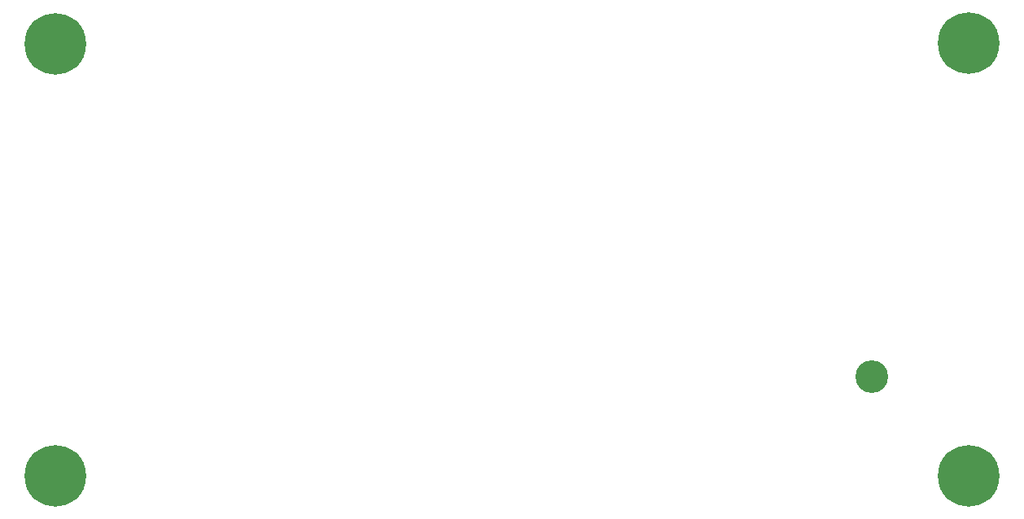
<source format=gbr>
G04 #@! TF.FileFunction,Soldermask,Top*
%FSLAX46Y46*%
G04 Gerber Fmt 4.6, Leading zero omitted, Abs format (unit mm)*
G04 Created by KiCad (PCBNEW 4.0.4+e1-6308~48~ubuntu15.10.1-stable) date Wed Nov  1 16:06:56 2017*
%MOMM*%
%LPD*%
G01*
G04 APERTURE LIST*
%ADD10C,0.100000*%
%ADD11C,6.400000*%
%ADD12C,3.400000*%
G04 APERTURE END LIST*
D10*
D11*
X39532560Y-66746120D03*
X134548880Y-66715640D03*
X134543800Y-111739680D03*
D12*
X124495560Y-101371400D03*
D11*
X39517320Y-111739680D03*
M02*

</source>
